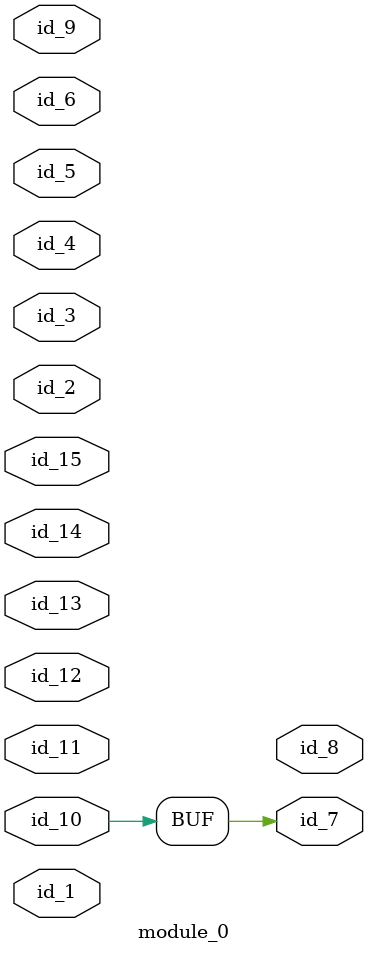
<source format=v>
`timescale 1ps / 1ps
module module_0 (
    id_1,
    id_2,
    id_3,
    id_4,
    id_5,
    id_6,
    id_7,
    id_8,
    id_9,
    id_10,
    id_11,
    id_12,
    id_13,
    id_14,
    id_15
);
  inout id_15;
  inout id_14;
  inout id_13;
  inout id_12;
  input id_11;
  inout id_10;
  inout id_9;
  output id_8;
  output id_7;
  input id_6;
  input id_5;
  input id_4;
  inout id_3;
  input id_2;
  inout id_1;
  assign id_7 = id_10;
endmodule

</source>
